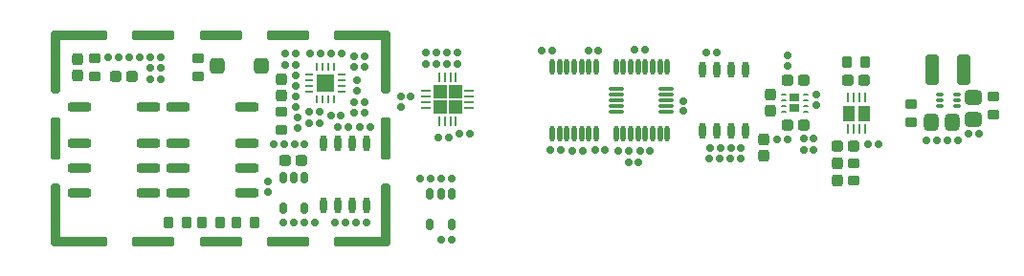
<source format=gtp>
G04*
G04 #@! TF.GenerationSoftware,Altium Limited,Altium Designer,23.0.1 (38)*
G04*
G04 Layer_Color=8421504*
%FSAX25Y25*%
%MOIN*%
G70*
G04*
G04 #@! TF.SameCoordinates,B9DD0259-405E-4331-997F-192D94839516*
G04*
G04*
G04 #@! TF.FilePolarity,Positive*
G04*
G01*
G75*
%ADD19R,0.04528X0.04528*%
%ADD20R,0.04331X0.05512*%
%ADD21R,0.04331X0.05512*%
%ADD22R,0.03543X0.02756*%
G04:AMPARAMS|DCode=23|XSize=37.4mil|YSize=41.34mil|CornerRadius=9.35mil|HoleSize=0mil|Usage=FLASHONLY|Rotation=270.000|XOffset=0mil|YOffset=0mil|HoleType=Round|Shape=RoundedRectangle|*
%AMROUNDEDRECTD23*
21,1,0.03740,0.02264,0,0,270.0*
21,1,0.01870,0.04134,0,0,270.0*
1,1,0.01870,-0.01132,-0.00935*
1,1,0.01870,-0.01132,0.00935*
1,1,0.01870,0.01132,0.00935*
1,1,0.01870,0.01132,-0.00935*
%
%ADD23ROUNDEDRECTD23*%
G04:AMPARAMS|DCode=24|XSize=37.4mil|YSize=41.34mil|CornerRadius=9.35mil|HoleSize=0mil|Usage=FLASHONLY|Rotation=180.000|XOffset=0mil|YOffset=0mil|HoleType=Round|Shape=RoundedRectangle|*
%AMROUNDEDRECTD24*
21,1,0.03740,0.02264,0,0,180.0*
21,1,0.01870,0.04134,0,0,180.0*
1,1,0.01870,-0.00935,0.01132*
1,1,0.01870,0.00935,0.01132*
1,1,0.01870,0.00935,-0.01132*
1,1,0.01870,-0.00935,-0.01132*
%
%ADD24ROUNDEDRECTD24*%
G04:AMPARAMS|DCode=25|XSize=23.62mil|YSize=23.62mil|CornerRadius=5.91mil|HoleSize=0mil|Usage=FLASHONLY|Rotation=270.000|XOffset=0mil|YOffset=0mil|HoleType=Round|Shape=RoundedRectangle|*
%AMROUNDEDRECTD25*
21,1,0.02362,0.01181,0,0,270.0*
21,1,0.01181,0.02362,0,0,270.0*
1,1,0.01181,-0.00591,-0.00591*
1,1,0.01181,-0.00591,0.00591*
1,1,0.01181,0.00591,0.00591*
1,1,0.01181,0.00591,-0.00591*
%
%ADD25ROUNDEDRECTD25*%
G04:AMPARAMS|DCode=26|XSize=55.12mil|YSize=51.18mil|CornerRadius=12.8mil|HoleSize=0mil|Usage=FLASHONLY|Rotation=90.000|XOffset=0mil|YOffset=0mil|HoleType=Round|Shape=RoundedRectangle|*
%AMROUNDEDRECTD26*
21,1,0.05512,0.02559,0,0,90.0*
21,1,0.02953,0.05118,0,0,90.0*
1,1,0.02559,0.01280,0.01476*
1,1,0.02559,0.01280,-0.01476*
1,1,0.02559,-0.01280,-0.01476*
1,1,0.02559,-0.01280,0.01476*
%
%ADD26ROUNDEDRECTD26*%
G04:AMPARAMS|DCode=27|XSize=39.37mil|YSize=35.43mil|CornerRadius=8.86mil|HoleSize=0mil|Usage=FLASHONLY|Rotation=180.000|XOffset=0mil|YOffset=0mil|HoleType=Round|Shape=RoundedRectangle|*
%AMROUNDEDRECTD27*
21,1,0.03937,0.01772,0,0,180.0*
21,1,0.02165,0.03543,0,0,180.0*
1,1,0.01772,-0.01083,0.00886*
1,1,0.01772,0.01083,0.00886*
1,1,0.01772,0.01083,-0.00886*
1,1,0.01772,-0.01083,-0.00886*
%
%ADD27ROUNDEDRECTD27*%
G04:AMPARAMS|DCode=28|XSize=31.5mil|YSize=81.1mil|CornerRadius=7.87mil|HoleSize=0mil|Usage=FLASHONLY|Rotation=270.000|XOffset=0mil|YOffset=0mil|HoleType=Round|Shape=RoundedRectangle|*
%AMROUNDEDRECTD28*
21,1,0.03150,0.06535,0,0,270.0*
21,1,0.01575,0.08110,0,0,270.0*
1,1,0.01575,-0.03268,-0.00787*
1,1,0.01575,-0.03268,0.00787*
1,1,0.01575,0.03268,0.00787*
1,1,0.01575,0.03268,-0.00787*
%
%ADD28ROUNDEDRECTD28*%
G04:AMPARAMS|DCode=29|XSize=25.2mil|YSize=25.2mil|CornerRadius=6.3mil|HoleSize=0mil|Usage=FLASHONLY|Rotation=270.000|XOffset=0mil|YOffset=0mil|HoleType=Round|Shape=RoundedRectangle|*
%AMROUNDEDRECTD29*
21,1,0.02520,0.01260,0,0,270.0*
21,1,0.01260,0.02520,0,0,270.0*
1,1,0.01260,-0.00630,-0.00630*
1,1,0.01260,-0.00630,0.00630*
1,1,0.01260,0.00630,0.00630*
1,1,0.01260,0.00630,-0.00630*
%
%ADD29ROUNDEDRECTD29*%
G04:AMPARAMS|DCode=30|XSize=39.37mil|YSize=35.43mil|CornerRadius=8.86mil|HoleSize=0mil|Usage=FLASHONLY|Rotation=90.000|XOffset=0mil|YOffset=0mil|HoleType=Round|Shape=RoundedRectangle|*
%AMROUNDEDRECTD30*
21,1,0.03937,0.01772,0,0,90.0*
21,1,0.02165,0.03543,0,0,90.0*
1,1,0.01772,0.00886,0.01083*
1,1,0.01772,0.00886,-0.01083*
1,1,0.01772,-0.00886,-0.01083*
1,1,0.01772,-0.00886,0.01083*
%
%ADD30ROUNDEDRECTD30*%
G04:AMPARAMS|DCode=31|XSize=23.62mil|YSize=39.37mil|CornerRadius=5.91mil|HoleSize=0mil|Usage=FLASHONLY|Rotation=0.000|XOffset=0mil|YOffset=0mil|HoleType=Round|Shape=RoundedRectangle|*
%AMROUNDEDRECTD31*
21,1,0.02362,0.02756,0,0,0.0*
21,1,0.01181,0.03937,0,0,0.0*
1,1,0.01181,0.00591,-0.01378*
1,1,0.01181,-0.00591,-0.01378*
1,1,0.01181,-0.00591,0.01378*
1,1,0.01181,0.00591,0.01378*
%
%ADD31ROUNDEDRECTD31*%
G04:AMPARAMS|DCode=32|XSize=23.62mil|YSize=23.62mil|CornerRadius=5.91mil|HoleSize=0mil|Usage=FLASHONLY|Rotation=0.000|XOffset=0mil|YOffset=0mil|HoleType=Round|Shape=RoundedRectangle|*
%AMROUNDEDRECTD32*
21,1,0.02362,0.01181,0,0,0.0*
21,1,0.01181,0.02362,0,0,0.0*
1,1,0.01181,0.00591,-0.00591*
1,1,0.01181,-0.00591,-0.00591*
1,1,0.01181,-0.00591,0.00591*
1,1,0.01181,0.00591,0.00591*
%
%ADD32ROUNDEDRECTD32*%
G04:AMPARAMS|DCode=33|XSize=25.2mil|YSize=25.2mil|CornerRadius=6.3mil|HoleSize=0mil|Usage=FLASHONLY|Rotation=180.000|XOffset=0mil|YOffset=0mil|HoleType=Round|Shape=RoundedRectangle|*
%AMROUNDEDRECTD33*
21,1,0.02520,0.01260,0,0,180.0*
21,1,0.01260,0.02520,0,0,180.0*
1,1,0.01260,-0.00630,0.00630*
1,1,0.01260,0.00630,0.00630*
1,1,0.01260,0.00630,-0.00630*
1,1,0.01260,-0.00630,-0.00630*
%
%ADD33ROUNDEDRECTD33*%
G04:AMPARAMS|DCode=34|XSize=31.5mil|YSize=218.5mil|CornerRadius=7.87mil|HoleSize=0mil|Usage=FLASHONLY|Rotation=180.000|XOffset=0mil|YOffset=0mil|HoleType=Round|Shape=RoundedRectangle|*
%AMROUNDEDRECTD34*
21,1,0.03150,0.20276,0,0,180.0*
21,1,0.01575,0.21850,0,0,180.0*
1,1,0.01575,-0.00787,0.10138*
1,1,0.01575,0.00787,0.10138*
1,1,0.01575,0.00787,-0.10138*
1,1,0.01575,-0.00787,-0.10138*
%
%ADD34ROUNDEDRECTD34*%
G04:AMPARAMS|DCode=35|XSize=31.5mil|YSize=196.06mil|CornerRadius=7.87mil|HoleSize=0mil|Usage=FLASHONLY|Rotation=90.000|XOffset=0mil|YOffset=0mil|HoleType=Round|Shape=RoundedRectangle|*
%AMROUNDEDRECTD35*
21,1,0.03150,0.18032,0,0,90.0*
21,1,0.01575,0.19606,0,0,90.0*
1,1,0.01575,0.09016,0.00787*
1,1,0.01575,0.09016,-0.00787*
1,1,0.01575,-0.09016,-0.00787*
1,1,0.01575,-0.09016,0.00787*
%
%ADD35ROUNDEDRECTD35*%
G04:AMPARAMS|DCode=36|XSize=31.5mil|YSize=149.61mil|CornerRadius=7.87mil|HoleSize=0mil|Usage=FLASHONLY|Rotation=0.000|XOffset=0mil|YOffset=0mil|HoleType=Round|Shape=RoundedRectangle|*
%AMROUNDEDRECTD36*
21,1,0.03150,0.13386,0,0,0.0*
21,1,0.01575,0.14961,0,0,0.0*
1,1,0.01575,0.00787,-0.06693*
1,1,0.01575,-0.00787,-0.06693*
1,1,0.01575,-0.00787,0.06693*
1,1,0.01575,0.00787,0.06693*
%
%ADD36ROUNDEDRECTD36*%
G04:AMPARAMS|DCode=37|XSize=31.5mil|YSize=149.61mil|CornerRadius=7.87mil|HoleSize=0mil|Usage=FLASHONLY|Rotation=90.000|XOffset=0mil|YOffset=0mil|HoleType=Round|Shape=RoundedRectangle|*
%AMROUNDEDRECTD37*
21,1,0.03150,0.13386,0,0,90.0*
21,1,0.01575,0.14961,0,0,90.0*
1,1,0.01575,0.06693,0.00787*
1,1,0.01575,0.06693,-0.00787*
1,1,0.01575,-0.06693,-0.00787*
1,1,0.01575,-0.06693,0.00787*
%
%ADD37ROUNDEDRECTD37*%
%ADD38O,0.00984X0.03347*%
%ADD39O,0.03347X0.00984*%
%ADD40O,0.03150X0.00984*%
%ADD41O,0.00984X0.03150*%
G04:AMPARAMS|DCode=42|XSize=58.27mil|YSize=58.27mil|CornerRadius=0mil|HoleSize=0mil|Usage=FLASHONLY|Rotation=0.000|XOffset=0mil|YOffset=0mil|HoleType=Round|Shape=RoundedRectangle|*
%AMROUNDEDRECTD42*
21,1,0.05827,0.05827,0,0,0.0*
21,1,0.05827,0.05827,0,0,0.0*
1,1,0.00000,0.02913,-0.02913*
1,1,0.00000,-0.02913,-0.02913*
1,1,0.00000,-0.02913,0.02913*
1,1,0.00000,0.02913,0.02913*
%
%ADD42ROUNDEDRECTD42*%
%ADD43O,0.02362X0.05709*%
G04:AMPARAMS|DCode=44|XSize=107.09mil|YSize=48.42mil|CornerRadius=12.11mil|HoleSize=0mil|Usage=FLASHONLY|Rotation=270.000|XOffset=0mil|YOffset=0mil|HoleType=Round|Shape=RoundedRectangle|*
%AMROUNDEDRECTD44*
21,1,0.10709,0.02421,0,0,270.0*
21,1,0.08287,0.04842,0,0,270.0*
1,1,0.02421,-0.01211,-0.04144*
1,1,0.02421,-0.01211,0.04144*
1,1,0.02421,0.01211,0.04144*
1,1,0.02421,0.01211,-0.04144*
%
%ADD44ROUNDEDRECTD44*%
G04:AMPARAMS|DCode=45|XSize=59.06mil|YSize=51.18mil|CornerRadius=12.8mil|HoleSize=0mil|Usage=FLASHONLY|Rotation=180.000|XOffset=0mil|YOffset=0mil|HoleType=Round|Shape=RoundedRectangle|*
%AMROUNDEDRECTD45*
21,1,0.05906,0.02559,0,0,180.0*
21,1,0.03347,0.05118,0,0,180.0*
1,1,0.02559,-0.01673,0.01280*
1,1,0.02559,0.01673,0.01280*
1,1,0.02559,0.01673,-0.01280*
1,1,0.02559,-0.01673,-0.01280*
%
%ADD45ROUNDEDRECTD45*%
G04:AMPARAMS|DCode=46|XSize=59.06mil|YSize=51.18mil|CornerRadius=12.8mil|HoleSize=0mil|Usage=FLASHONLY|Rotation=270.000|XOffset=0mil|YOffset=0mil|HoleType=Round|Shape=RoundedRectangle|*
%AMROUNDEDRECTD46*
21,1,0.05906,0.02559,0,0,270.0*
21,1,0.03347,0.05118,0,0,270.0*
1,1,0.02559,-0.01280,-0.01673*
1,1,0.02559,-0.01280,0.01673*
1,1,0.02559,0.01280,0.01673*
1,1,0.02559,0.01280,-0.01673*
%
%ADD46ROUNDEDRECTD46*%
G04:AMPARAMS|DCode=47|XSize=11.81mil|YSize=26.38mil|CornerRadius=2.95mil|HoleSize=0mil|Usage=FLASHONLY|Rotation=270.000|XOffset=0mil|YOffset=0mil|HoleType=Round|Shape=RoundedRectangle|*
%AMROUNDEDRECTD47*
21,1,0.01181,0.02047,0,0,270.0*
21,1,0.00591,0.02638,0,0,270.0*
1,1,0.00591,-0.01024,-0.00295*
1,1,0.00591,-0.01024,0.00295*
1,1,0.00591,0.01024,0.00295*
1,1,0.00591,0.01024,-0.00295*
%
%ADD47ROUNDEDRECTD47*%
G04:AMPARAMS|DCode=48|XSize=9.84mil|YSize=35.43mil|CornerRadius=2.46mil|HoleSize=0mil|Usage=FLASHONLY|Rotation=180.000|XOffset=0mil|YOffset=0mil|HoleType=Round|Shape=RoundedRectangle|*
%AMROUNDEDRECTD48*
21,1,0.00984,0.03051,0,0,180.0*
21,1,0.00492,0.03543,0,0,180.0*
1,1,0.00492,-0.00246,0.01526*
1,1,0.00492,0.00246,0.01526*
1,1,0.00492,0.00246,-0.01526*
1,1,0.00492,-0.00246,-0.01526*
%
%ADD48ROUNDEDRECTD48*%
%ADD49O,0.05512X0.01378*%
%ADD50O,0.01772X0.05512*%
G04:AMPARAMS|DCode=51|XSize=9.84mil|YSize=19.68mil|CornerRadius=2.46mil|HoleSize=0mil|Usage=FLASHONLY|Rotation=90.000|XOffset=0mil|YOffset=0mil|HoleType=Round|Shape=RoundedRectangle|*
%AMROUNDEDRECTD51*
21,1,0.00984,0.01476,0,0,90.0*
21,1,0.00492,0.01968,0,0,90.0*
1,1,0.00492,0.00738,0.00246*
1,1,0.00492,0.00738,-0.00246*
1,1,0.00492,-0.00738,-0.00246*
1,1,0.00492,-0.00738,0.00246*
%
%ADD51ROUNDEDRECTD51*%
D19*
X0190649Y0054429D02*
D03*
Y0059744D02*
D03*
X0195964D02*
D03*
Y0054429D02*
D03*
D20*
X0333268Y0052165D02*
D03*
D21*
X0338386D02*
D03*
D22*
X0314234Y0057581D02*
D03*
Y0054037D02*
D03*
D23*
X0317482Y0047935D02*
D03*
X0311774D02*
D03*
X0077756Y0065158D02*
D03*
X0083465D02*
D03*
X0142421Y0035827D02*
D03*
X0136713D02*
D03*
X0338563Y0063779D02*
D03*
X0332854D02*
D03*
X0329134Y0040551D02*
D03*
X0334842D02*
D03*
X0311774Y0063683D02*
D03*
X0317482D02*
D03*
D24*
X0303445Y0037303D02*
D03*
Y0043012D02*
D03*
X0064468Y0070965D02*
D03*
Y0065256D02*
D03*
X0329035Y0028839D02*
D03*
Y0034547D02*
D03*
X0135335Y0064173D02*
D03*
Y0058465D02*
D03*
X0305770Y0052955D02*
D03*
Y0058663D02*
D03*
D25*
X0311811Y0043110D02*
D03*
X0308268D02*
D03*
X0078740Y0071850D02*
D03*
X0075197D02*
D03*
X0089764Y0071850D02*
D03*
X0093307D02*
D03*
X0082480Y0071850D02*
D03*
X0086024D02*
D03*
X0190157Y0043602D02*
D03*
X0193701D02*
D03*
X0160925Y0056201D02*
D03*
X0143602Y0041240D02*
D03*
X0156398Y0073130D02*
D03*
X0136122Y0014173D02*
D03*
X0132776Y0041240D02*
D03*
X0157776Y0013976D02*
D03*
X0164469Y0056201D02*
D03*
X0140059Y0041240D02*
D03*
X0136319D02*
D03*
X0176969Y0057874D02*
D03*
X0180512D02*
D03*
X0152854Y0073130D02*
D03*
X0139665Y0014173D02*
D03*
X0154232Y0013976D02*
D03*
X0183760Y0029528D02*
D03*
X0187303D02*
D03*
X0360236Y0042717D02*
D03*
X0363780D02*
D03*
X0378445Y0044882D02*
D03*
X0374902D02*
D03*
X0371063Y0042717D02*
D03*
X0367520D02*
D03*
X0232677Y0039272D02*
D03*
X0229134D02*
D03*
X0244685D02*
D03*
X0248228D02*
D03*
X0256398Y0035138D02*
D03*
X0259941D02*
D03*
X0242323Y0074114D02*
D03*
X0245866D02*
D03*
X0229724Y0074114D02*
D03*
X0226181D02*
D03*
X0284902Y0040157D02*
D03*
X0288445D02*
D03*
X0291988D02*
D03*
X0295532D02*
D03*
X0320927Y0039471D02*
D03*
X0317384D02*
D03*
Y0043211D02*
D03*
X0320927D02*
D03*
D26*
X0128543Y0068799D02*
D03*
X0113189D02*
D03*
D27*
X0106496Y0071260D02*
D03*
Y0064961D02*
D03*
X0070374Y0071260D02*
D03*
Y0064961D02*
D03*
X0334941Y0028543D02*
D03*
Y0034843D02*
D03*
X0135335Y0052658D02*
D03*
Y0046358D02*
D03*
X0383366Y0058169D02*
D03*
Y0051870D02*
D03*
X0354823Y0055315D02*
D03*
Y0049016D02*
D03*
D28*
X0089252Y0032972D02*
D03*
X0065079Y0024311D02*
D03*
X0089252D02*
D03*
X0065079Y0032972D02*
D03*
X0089252Y0054232D02*
D03*
X0065079Y0041634D02*
D03*
X0089252D02*
D03*
X0065079Y0054232D02*
D03*
X0123504Y0024311D02*
D03*
X0099331D02*
D03*
Y0032972D02*
D03*
X0123504Y0054232D02*
D03*
X0099331Y0041634D02*
D03*
X0123504D02*
D03*
Y0032972D02*
D03*
X0099331Y0054232D02*
D03*
D29*
X0089823Y0064173D02*
D03*
X0093445D02*
D03*
X0089823Y0068012D02*
D03*
X0093445D02*
D03*
X0143465Y0014075D02*
D03*
X0147087D02*
D03*
X0185787Y0069291D02*
D03*
X0189409D02*
D03*
X0196890D02*
D03*
X0193268D02*
D03*
X0164508Y0068209D02*
D03*
X0160886D02*
D03*
X0196890Y0073228D02*
D03*
X0193268D02*
D03*
X0201122Y0044882D02*
D03*
X0197500D02*
D03*
X0160886Y0052461D02*
D03*
X0164508D02*
D03*
X0158898Y0047441D02*
D03*
X0155276D02*
D03*
X0140295Y0073130D02*
D03*
X0136673D02*
D03*
X0160886Y0072146D02*
D03*
X0164508D02*
D03*
X0140295Y0069193D02*
D03*
X0136673D02*
D03*
X0145433Y0073130D02*
D03*
X0149055D02*
D03*
X0185787Y0073228D02*
D03*
X0189409D02*
D03*
X0156240Y0051378D02*
D03*
X0152618D02*
D03*
X0145039Y0052658D02*
D03*
X0148661D02*
D03*
X0148661Y0048720D02*
D03*
X0145039D02*
D03*
X0165197Y0013976D02*
D03*
X0161575D02*
D03*
X0162756Y0047441D02*
D03*
X0166378D02*
D03*
X0191102Y0007874D02*
D03*
X0194724D02*
D03*
X0191102Y0029528D02*
D03*
X0194724D02*
D03*
X0339823Y0041535D02*
D03*
X0343445D02*
D03*
X0252815Y0039075D02*
D03*
X0256437D02*
D03*
X0236870Y0039173D02*
D03*
X0240492D02*
D03*
X0263917Y0039075D02*
D03*
X0260295D02*
D03*
X0258425Y0074508D02*
D03*
X0262047D02*
D03*
X0283445Y0073425D02*
D03*
X0287067D02*
D03*
X0288032Y0036220D02*
D03*
X0284409D02*
D03*
X0295532Y0036221D02*
D03*
X0291910D02*
D03*
D30*
X0114173Y0014075D02*
D03*
X0107874D02*
D03*
X0119685Y0014075D02*
D03*
X0125984D02*
D03*
X0102362Y0014075D02*
D03*
X0096063D02*
D03*
X0332598Y0070177D02*
D03*
X0338898D02*
D03*
D31*
X0143504Y0019094D02*
D03*
X0136024D02*
D03*
Y0029724D02*
D03*
X0139764D02*
D03*
X0143504D02*
D03*
X0194685Y0024016D02*
D03*
X0190945D02*
D03*
X0187205D02*
D03*
Y0013386D02*
D03*
X0194685D02*
D03*
D32*
X0176969Y0054331D02*
D03*
Y0057874D02*
D03*
X0140354Y0065256D02*
D03*
X0141240Y0050591D02*
D03*
Y0047047D02*
D03*
X0161811Y0060039D02*
D03*
Y0063583D02*
D03*
X0140354Y0061713D02*
D03*
X0311811Y0072244D02*
D03*
Y0068701D02*
D03*
D33*
X0140354Y0054390D02*
D03*
X0130905Y0024764D02*
D03*
Y0028386D02*
D03*
X0140354Y0058012D02*
D03*
X0275295Y0056535D02*
D03*
Y0052913D02*
D03*
X0321850Y0055079D02*
D03*
Y0058701D02*
D03*
D34*
X0171703Y0016853D02*
D03*
X0056900D02*
D03*
X0056890Y0070176D02*
D03*
X0171693D02*
D03*
D35*
X0163474Y0007501D02*
D03*
X0065127D02*
D03*
X0065119Y0079528D02*
D03*
X0163466D02*
D03*
D36*
X0171693Y0043504D02*
D03*
X0056890D02*
D03*
D37*
X0114302Y0007501D02*
D03*
X0137924D02*
D03*
X0090680D02*
D03*
X0114291Y0079528D02*
D03*
X0137913D02*
D03*
X0090669D02*
D03*
D38*
X0192323Y0064665D02*
D03*
X0190354D02*
D03*
Y0049508D02*
D03*
X0196260D02*
D03*
X0194291D02*
D03*
X0192323D02*
D03*
X0194291Y0064665D02*
D03*
X0196260D02*
D03*
D39*
X0185728Y0060039D02*
D03*
Y0056102D02*
D03*
Y0054134D02*
D03*
X0200886D02*
D03*
X0185728Y0058071D02*
D03*
X0200886Y0056102D02*
D03*
Y0058071D02*
D03*
Y0060039D02*
D03*
D40*
X0144980Y0065748D02*
D03*
X0156398Y0061811D02*
D03*
Y0065748D02*
D03*
X0144980Y0063779D02*
D03*
Y0059842D02*
D03*
X0156398Y0063779D02*
D03*
X0144980Y0061811D02*
D03*
X0156398Y0059842D02*
D03*
D41*
X0147736Y0057087D02*
D03*
X0149705D02*
D03*
X0153642D02*
D03*
X0149705Y0068504D02*
D03*
X0151673Y0057087D02*
D03*
Y0068504D02*
D03*
X0147736D02*
D03*
X0153642D02*
D03*
D42*
X0150689Y0062795D02*
D03*
D43*
X0164980Y0020177D02*
D03*
X0154980Y0041634D02*
D03*
X0159980D02*
D03*
X0154980Y0020177D02*
D03*
X0159980D02*
D03*
X0149980D02*
D03*
Y0041634D02*
D03*
X0164980D02*
D03*
X0282087Y0045965D02*
D03*
X0287087D02*
D03*
X0292087D02*
D03*
X0297087D02*
D03*
X0282087Y0067421D02*
D03*
X0287087D02*
D03*
X0292087D02*
D03*
X0297087D02*
D03*
D44*
X0361968Y0067421D02*
D03*
X0373268D02*
D03*
D45*
X0376575Y0050098D02*
D03*
Y0057579D02*
D03*
D46*
X0369193Y0048917D02*
D03*
X0361713D02*
D03*
D47*
X0364902Y0054823D02*
D03*
Y0056791D02*
D03*
Y0058760D02*
D03*
X0370728D02*
D03*
Y0056791D02*
D03*
Y0054823D02*
D03*
D48*
X0332874Y0046673D02*
D03*
X0334842D02*
D03*
X0336811D02*
D03*
X0338779D02*
D03*
X0332874Y0057657D02*
D03*
X0334842D02*
D03*
X0336811D02*
D03*
X0338779D02*
D03*
D49*
X0269587Y0054823D02*
D03*
Y0056791D02*
D03*
Y0058760D02*
D03*
Y0060728D02*
D03*
X0252264Y0052854D02*
D03*
Y0054823D02*
D03*
Y0056791D02*
D03*
Y0058760D02*
D03*
Y0060728D02*
D03*
X0269587Y0052854D02*
D03*
D50*
X0229724Y0045079D02*
D03*
X0232283D02*
D03*
X0234842D02*
D03*
X0237402D02*
D03*
X0242520D02*
D03*
X0245079D02*
D03*
X0229724Y0068307D02*
D03*
X0232283D02*
D03*
X0234842D02*
D03*
X0237402D02*
D03*
X0239961D02*
D03*
X0242520D02*
D03*
X0245079D02*
D03*
X0239961Y0045079D02*
D03*
X0251969Y0045177D02*
D03*
X0254528D02*
D03*
X0257087D02*
D03*
X0259646D02*
D03*
X0262205D02*
D03*
X0264764D02*
D03*
X0267323D02*
D03*
X0269882D02*
D03*
X0251969Y0068405D02*
D03*
X0254528D02*
D03*
X0257087D02*
D03*
X0259646D02*
D03*
X0262205D02*
D03*
X0264764D02*
D03*
X0267323D02*
D03*
X0269882D02*
D03*
D51*
X0317974Y0052856D02*
D03*
Y0054825D02*
D03*
Y0056793D02*
D03*
Y0058762D02*
D03*
X0310494Y0052856D02*
D03*
Y0054825D02*
D03*
Y0056793D02*
D03*
Y0058762D02*
D03*
M02*

</source>
